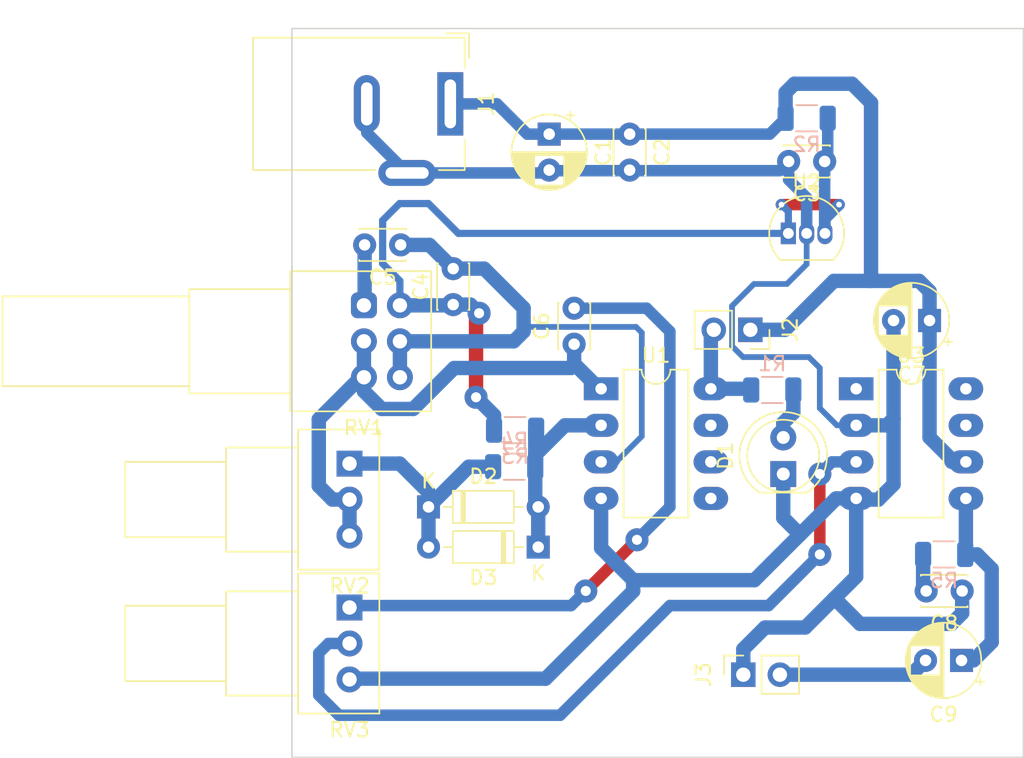
<source format=kicad_pcb>
(kicad_pcb (version 20211014) (generator pcbnew)
  (layers (0 "F.Cu" signal) (31 "B.Cu" signal) (34 "B.Paste" user) (35 "F.Paste" user) (36 "B.SilkS" user "B.Silkscreen") (37 "F.SilkS" user "F.Silkscreen") (38 "B.Mask" user) (39 "F.Mask" user) (44 "Edge.Cuts" user))
  (net 0 "")
  (net 1 "+5V")
  (net 2 "GND")
  (net 3 "+2V5")
  (net 4 "Net-(C4-Pad2)")
  (net 5 "Net-(C5-Pad2)")
  (net 6 "Net-(C6-Pad1)")
  (net 7 "Net-(C6-Pad2)")
  (net 8 "Net-(C8-Pad2)")
  (net 9 "Net-(C9-Pad1)")
  (net 10 "Net-(C9-Pad2)")
  (net 11 "Net-(D1-Pad2)")
  (net 12 "Net-(D2-Pad1)")
  (net 13 "Net-(D2-Pad2)")
  (net 14 "Net-(J2-Pad2)")
  (net 15 "Net-(RV3-Pad2)")
  (footprint "Capacitor_THT:CP_Radial_D5.0mm_P2.50mm" (layer "F.Cu") (at 113.284 67.056 180)
    (fp_text reference "C7" (at 1.25 -3.75) (layer "F.SilkS"))
    (fp_text value "100uF")
    (pad "1" thru_hole rect (at 0 0 180) (size 1.6 1.6) (drill 0.8) (layers *.Cu *.Mask) (net 1 "+5V"))
    (pad "2" thru_hole circle (at 2.5 0 180) (size 1.6 1.6) (drill 0.8) (layers *.Cu *.Mask) (net 2 "GND"))
  )
  (footprint "Package_DIP:DIP-8_W7.62mm_LongPads" (layer "F.Cu") (at 108.189 71.8)
    (fp_text reference "U3" (at 3.81 -2.33) (layer "F.SilkS"))
    (fp_text value "LM386")
    (pad "1" thru_hole rect (at 0 0) (size 2.4 1.6) (drill 0.8) (layers *.Cu *.Mask))
    (pad "2" thru_hole oval (at 0 2.54) (size 2.4 1.6) (drill 0.8) (layers *.Cu *.Mask) (net 2 "GND"))
    (pad "3" thru_hole oval (at 0 5.08) (size 2.4 1.6) (drill 0.8) (layers *.Cu *.Mask) (net 15 "Net-(RV3-Pad2)"))
    (pad "4" thru_hole oval (at 0 7.62) (size 2.4 1.6) (drill 0.8) (layers *.Cu *.Mask) (net 2 "GND"))
    (pad "5" thru_hole oval (at 7.62 7.62) (size 2.4 1.6) (drill 0.8) (layers *.Cu *.Mask) (net 9 "Net-(C9-Pad1)"))
    (pad "6" thru_hole oval (at 7.62 5.08) (size 2.4 1.6) (drill 0.8) (layers *.Cu *.Mask) (net 1 "+5V"))
    (pad "7" thru_hole oval (at 7.62 2.54) (size 2.4 1.6) (drill 0.8) (layers *.Cu *.Mask))
    (pad "8" thru_hole oval (at 7.62 0) (size 2.4 1.6) (drill 0.8) (layers *.Cu *.Mask))
  )
  (footprint "Capacitor_THT:C_Disc_D3.0mm_W2.0mm_P2.50mm" (layer "F.Cu") (at 115.55 85.852 180)
    (fp_text reference "C8" (at 1.25 -2.25) (layer "F.SilkS"))
    (fp_text value "100n")
    (pad "1" thru_hole circle (at 0 0 180) (size 1.6 1.6) (drill 0.8) (layers *.Cu *.Mask) (net 2 "GND"))
    (pad "2" thru_hole circle (at 2.5 0 180) (size 1.6 1.6) (drill 0.8) (layers *.Cu *.Mask) (net 8 "Net-(C8-Pad2)"))
  )
  (footprint "Capacitor_THT:CP_Radial_D5.0mm_P2.50mm" (layer "F.Cu") (at 115.505113 90.678 180)
    (fp_text reference "C9" (at 1.25 -3.75) (layer "F.SilkS"))
    (fp_text value "10uF")
    (pad "1" thru_hole rect (at 0 0 180) (size 1.6 1.6) (drill 0.8) (layers *.Cu *.Mask) (net 9 "Net-(C9-Pad1)"))
    (pad "2" thru_hole circle (at 2.5 0 180) (size 1.6 1.6) (drill 0.8) (layers *.Cu *.Mask) (net 10 "Net-(C9-Pad2)"))
  )
  (footprint "Potentiometer_THT:Potentiometer_Alps_RK09Y11_Single_Horizontal" (layer "F.Cu") (at 73 77)
    (fp_text reference "RV2" (at 0 8.5 180) (layer "F.SilkS"))
    (fp_text value "10K")
    (pad "1" thru_hole rect (at 0 0 180) (size 1.8 1.8) (drill 1) (layers *.Cu *.Mask) (net 12 "Net-(D2-Pad1)"))
    (pad "2" thru_hole circle (at 0 2.5 180) (size 1.8 1.8) (drill 1) (layers *.Cu *.Mask) (net 6 "Net-(C6-Pad1)"))
    (pad "3" thru_hole circle (at 0 5 180) (size 1.8 1.8) (drill 1) (layers *.Cu *.Mask) (net 6 "Net-(C6-Pad1)"))
  )
  (footprint "Package_DIP:DIP-8_W7.62mm_LongPads" (layer "F.Cu") (at 90.475 71.8)
    (fp_text reference "U1" (at 3.81 -2.33) (layer "F.SilkS"))
    (fp_text value "LM358")
    (pad "1" thru_hole rect (at 0 0) (size 2.4 1.6) (drill 0.8) (layers *.Cu *.Mask) (net 6 "Net-(C6-Pad1)"))
    (pad "2" thru_hole oval (at 0 2.54) (size 2.4 1.6) (drill 0.8) (layers *.Cu *.Mask) (net 13 "Net-(D2-Pad2)"))
    (pad "3" thru_hole oval (at 0 5.08) (size 2.4 1.6) (drill 0.8) (layers *.Cu *.Mask) (net 4 "Net-(C4-Pad2)"))
    (pad "4" thru_hole oval (at 0 7.62) (size 2.4 1.6) (drill 0.8) (layers *.Cu *.Mask) (net 2 "GND"))
    (pad "5" thru_hole oval (at 7.62 7.62) (size 2.4 1.6) (drill 0.8) (layers *.Cu *.Mask))
    (pad "6" thru_hole oval (at 7.62 5.08) (size 2.4 1.6) (drill 0.8) (layers *.Cu *.Mask))
    (pad "7" thru_hole oval (at 7.62 2.54) (size 2.4 1.6) (drill 0.8) (layers *.Cu *.Mask))
    (pad "8" thru_hole oval (at 7.62 0) (size 2.4 1.6) (drill 0.8) (layers *.Cu *.Mask) (net 14 "Net-(J2-Pad2)"))
  )
  (footprint "Diode_THT:D_DO-35_SOD27_P7.62mm_Horizontal" (layer "F.Cu") (at 86.106 82.804 180)
    (fp_text reference "D3" (at 3.81 -2.12) (layer "F.SilkS"))
    (fp_text value "1N4148")
    (fp_text user "K" (at 0 -1.8) (layer "F.SilkS"))
    (pad "1" thru_hole rect (at 0 0 180) (size 1.6 1.6) (drill 0.8) (layers *.Cu *.Mask) (net 13 "Net-(D2-Pad2)"))
    (pad "2" thru_hole oval (at 7.62 0 180) (size 1.6 1.6) (drill 0.8) (layers *.Cu *.Mask) (net 12 "Net-(D2-Pad1)"))
  )
  (footprint "Connector_PinSocket_2.54mm:PinSocket_1x02_P2.54mm_Vertical" (layer "F.Cu") (at 100.35 91.669 90)
    (fp_text reference "J3" (at 0 -2.77 90) (layer "F.SilkS"))
    (fp_text value "AUDIO")
    (pad "1" thru_hole rect (at 0 0 90) (size 1.7 1.7) (drill 1) (layers *.Cu *.Mask) (net 2 "GND"))
    (pad "2" thru_hole oval (at 0 2.54 90) (size 1.7 1.7) (drill 1) (layers *.Cu *.Mask) (net 10 "Net-(C9-Pad2)"))
  )
  (footprint "Connector_PinSocket_2.54mm:PinSocket_1x02_P2.54mm_Vertical" (layer "F.Cu") (at 100.838 67.7 -90)
    (fp_text reference "J2" (at 0 -2.77 90) (layer "F.SilkS"))
    (fp_text value "KEY")
    (pad "1" thru_hole rect (at 0 0 270) (size 1.7 1.7) (drill 1) (layers *.Cu *.Mask) (net 1 "+5V"))
    (pad "2" thru_hole oval (at 0 2.54 270) (size 1.7 1.7) (drill 1) (layers *.Cu *.Mask) (net 14 "Net-(J2-Pad2)"))
  )
  (footprint "Capacitor_THT:C_Disc_D3.0mm_W2.0mm_P2.50mm" (layer "F.Cu") (at 106 56 180)
    (fp_text reference "C3" (at 1.25 -2.25) (layer "F.SilkS"))
    (fp_text value "100n")
    (pad "1" thru_hole circle (at 0 0 180) (size 1.6 1.6) (drill 0.8) (layers *.Cu *.Mask) (net 3 "+2V5"))
    (pad "2" thru_hole circle (at 2.5 0 180) (size 1.6 1.6) (drill 0.8) (layers *.Cu *.Mask) (net 2 "GND"))
  )
  (footprint "Capacitor_THT:C_Disc_D3.0mm_W2.0mm_P2.50mm" (layer "F.Cu") (at 76.55 61.8 180)
    (fp_text reference "C5" (at 1.25 -2.25) (layer "F.SilkS"))
    (fp_text value "10n")
    (pad "1" thru_hole circle (at 0 0 180) (size 1.6 1.6) (drill 0.8) (layers *.Cu *.Mask) (net 4 "Net-(C4-Pad2)"))
    (pad "2" thru_hole circle (at 2.5 0 180) (size 1.6 1.6) (drill 0.8) (layers *.Cu *.Mask) (net 5 "Net-(C5-Pad2)"))
  )
  (footprint "Capacitor_THT:C_Disc_D3.0mm_W2.0mm_P2.50mm" (layer "F.Cu") (at 88.6 68.7 90)
    (fp_text reference "C6" (at 1.25 -2.25 90) (layer "F.SilkS"))
    (fp_text value "100n")
    (pad "1" thru_hole circle (at 0 0 90) (size 1.6 1.6) (drill 0.8) (layers *.Cu *.Mask) (net 6 "Net-(C6-Pad1)"))
    (pad "2" thru_hole circle (at 2.5 0 90) (size 1.6 1.6) (drill 0.8) (layers *.Cu *.Mask) (net 7 "Net-(C6-Pad2)"))
  )
  (footprint "Capacitor_THT:CP_Radial_D5.0mm_P2.50mm" (layer "F.Cu") (at 86.868 54.102 -90)
    (fp_text reference "C1" (at 1.25 -3.75 90) (layer "F.SilkS"))
    (fp_text value "100uF")
    (pad "1" thru_hole rect (at 0 0 270) (size 1.6 1.6) (drill 0.8) (layers *.Cu *.Mask) (net 1 "+5V"))
    (pad "2" thru_hole circle (at 2.5 0 270) (size 1.6 1.6) (drill 0.8) (layers *.Cu *.Mask) (net 2 "GND"))
  )
  (footprint "Connector_BarrelJack:BarrelJack_Wuerth_6941xx301002" (layer "F.Cu") (at 80 52 -90)
    (fp_text reference "J1" (at 0 -2.5 90) (layer "F.SilkS"))
    (fp_text value "Barrel_Jack_Switch")
    (pad "1" thru_hole rect (at 0 0 270) (size 4.4 1.8) (drill oval 3.4 0.8) (layers *.Cu *.Mask) (net 1 "+5V"))
    (pad "2" thru_hole oval (at 0 5.8 270) (size 4 1.8) (drill oval 3 0.8) (layers *.Cu *.Mask) (net 2 "GND"))
    (pad "3" thru_hole oval (at 4.8 3) (size 4 1.8) (drill oval 3 0.8) (layers *.Cu *.Mask) (net 2 "GND"))
  )
  (footprint "Package_TO_SOT_THT:TO-92_Inline" (layer "F.Cu") (at 103.48 61)
    (fp_text reference "U2" (at 1.27 -3.56) (layer "F.SilkS"))
    (fp_text value "TL431LP")
    (pad "1" thru_hole rect (at 0 0) (size 1.05 1.5) (drill 0.75) (layers *.Cu *.Mask) (net 3 "+2V5"))
    (pad "2" thru_hole oval (at 1.27 0) (size 1.05 1.5) (drill 0.75) (layers *.Cu *.Mask) (net 2 "GND"))
    (pad "3" thru_hole oval (at 2.54 0) (size 1.05 1.5) (drill 0.75) (layers *.Cu *.Mask) (net 3 "+2V5"))
  )
  (footprint "Potentiometer_THT:Potentiometer_Alps_RK09Y11_Single_Horizontal" (layer "F.Cu") (at 73 87)
    (fp_text reference "RV3" (at 0 8.5 180) (layer "F.SilkS"))
    (fp_text value "10K")
    (pad "1" thru_hole rect (at 0 0 180) (size 1.8 1.8) (drill 1) (layers *.Cu *.Mask) (net 7 "Net-(C6-Pad2)"))
    (pad "2" thru_hole circle (at 0 2.5 180) (size 1.8 1.8) (drill 1) (layers *.Cu *.Mask) (net 15 "Net-(RV3-Pad2)"))
    (pad "3" thru_hole circle (at 0 5 180) (size 1.8 1.8) (drill 1) (layers *.Cu *.Mask) (net 2 "GND"))
  )
  (footprint "LED_THT:LED_D5.0mm_FlatTop" (layer "F.Cu") (at 103.124 77.724 90)
    (fp_text reference "D1" (at 1.27 -4.01 90) (layer "F.SilkS"))
    (fp_text value "LED")
    (pad "1" thru_hole rect (at 0 0 90) (size 1.8 1.8) (drill 0.9) (layers *.Cu *.Mask) (net 2 "GND"))
    (pad "2" thru_hole circle (at 2.54 0 90) (size 1.8 1.8) (drill 0.9) (layers *.Cu *.Mask) (net 11 "Net-(D1-Pad2)"))
  )
  (footprint "Capacitor_THT:C_Disc_D3.0mm_W2.0mm_P2.50mm" (layer "F.Cu") (at 80.2 65.95 90)
    (fp_text reference "C4" (at 1.25 -2.25 90) (layer "F.SilkS"))
    (fp_text value "10n")
    (pad "1" thru_hole circle (at 0 0 90) (size 1.6 1.6) (drill 0.8) (layers *.Cu *.Mask) (net 3 "+2V5"))
    (pad "2" thru_hole circle (at 2.5 0 90) (size 1.6 1.6) (drill 0.8) (layers *.Cu *.Mask) (net 4 "Net-(C4-Pad2)"))
  )
  (footprint "Capacitor_THT:C_Disc_D3.0mm_W2.0mm_P2.50mm" (layer "F.Cu") (at 92.456 54.102 -90)
    (fp_text reference "C2" (at 1.25 -2.25 90) (layer "F.SilkS"))
    (fp_text value "100n")
    (pad "1" thru_hole circle (at 0 0 270) (size 1.6 1.6) (drill 0.8) (layers *.Cu *.Mask) (net 1 "+5V"))
    (pad "2" thru_hole circle (at 2.5 0 270) (size 1.6 1.6) (drill 0.8) (layers *.Cu *.Mask) (net 2 "GND"))
  )
  (footprint "Potentiometer_THT:Potentiometer_Alps_RK097_Dual_Horizontal" (layer "F.Cu") (at 74 66)
    (fp_text reference "RV1" (at 0 8.5 180) (layer "F.SilkS"))
    (fp_text value "100K")
    (fp_line (start -5 -2.7) (end -5 7.7) (layer "Edge.Cuts") (width 0.1))
    (pad "1" thru_hole roundrect (at 0 0 180) (size 1.8 1.8) (drill 1) (layers *.Cu *.Mask) (net 5 "Net-(C5-Pad2)"))
    (pad "2" thru_hole circle (at 0 2.5 180) (size 1.8 1.8) (drill 1) (layers *.Cu *.Mask) (net 6 "Net-(C6-Pad1)"))
    (pad "3" thru_hole circle (at 0 5 180) (size 1.8 1.8) (drill 1) (layers *.Cu *.Mask) (net 6 "Net-(C6-Pad1)"))
    (pad "4" thru_hole circle (at 2.5 0 180) (size 1.8 1.8) (drill 1) (layers *.Cu *.Mask) (net 3 "+2V5"))
    (pad "5" thru_hole circle (at 2.5 2.5 180) (size 1.8 1.8) (drill 1) (layers *.Cu *.Mask) (net 4 "Net-(C4-Pad2)"))
    (pad "6" thru_hole circle (at 2.5 5 180) (size 1.8 1.8) (drill 1) (layers *.Cu *.Mask) (net 4 "Net-(C4-Pad2)"))
  )
  (footprint "Diode_THT:D_DO-35_SOD27_P7.62mm_Horizontal" (layer "F.Cu") (at 78.486 80.01)
    (fp_text reference "D2" (at 3.81 -2.12) (layer "F.SilkS"))
    (fp_text value "1N4148")
    (fp_text user "K" (at 0 -1.8) (layer "F.SilkS"))
    (pad "1" thru_hole rect (at 0 0) (size 1.6 1.6) (drill 0.8) (layers *.Cu *.Mask) (net 12 "Net-(D2-Pad1)"))
    (pad "2" thru_hole oval (at 7.62 0) (size 1.6 1.6) (drill 0.8) (layers *.Cu *.Mask) (net 13 "Net-(D2-Pad2)"))
  )
  (footprint "Resistor_SMD:R_1206_3216Metric" (layer "B.Cu") (at 104.75 53)
    (fp_text reference "R2" (at 0 1.82) (layer "B.SilkS") (effects (justify mirror)))
    (fp_text value "470")
    (pad "1" smd roundrect (at -1.4625 0) (size 1.125 1.75) (layers "B.Cu" "B.Paste" "B.Mask") (roundrect_rratio 0.222222) (net 1 "+5V"))
    (pad "2" smd roundrect (at 1.4625 0) (size 1.125 1.75) (layers "B.Cu" "B.Paste" "B.Mask") (roundrect_rratio 0.222222) (net 3 "+2V5"))
  )
  (footprint "Resistor_SMD:R_1206_3216Metric" (layer "B.Cu") (at 114.3 83.312)
    (fp_text reference "R5" (at 0 1.82) (layer "B.SilkS") (effects (justify mirror)))
    (fp_text value "10R")
    (pad "1" smd roundrect (at -1.4625 0) (size 1.125 1.75) (layers "B.Cu" "B.Paste" "B.Mask") (roundrect_rratio 0.222222) (net 8 "Net-(C8-Pad2)"))
    (pad "2" smd roundrect (at 1.4625 0) (size 1.125 1.75) (layers "B.Cu" "B.Paste" "B.Mask") (roundrect_rratio 0.222222) (net 9 "Net-(C9-Pad1)"))
  )
  (footprint "Resistor_SMD:R_1206_3216Metric" (layer "B.Cu") (at 102.362 71.882 180)
    (fp_text reference "R1" (at 0 1.82) (layer "B.SilkS") (effects (justify mirror)))
    (fp_text value "1K")
    (pad "1" smd roundrect (at -1.4625 0 180) (size 1.125 1.75) (layers "B.Cu" "B.Paste" "B.Mask") (roundrect_rratio 0.222222) (net 11 "Net-(D1-Pad2)"))
    (pad "2" smd roundrect (at 1.4625 0 180) (size 1.125 1.75) (layers "B.Cu" "B.Paste" "B.Mask") (roundrect_rratio 0.222222) (net 14 "Net-(J2-Pad2)"))
  )
  (footprint "Resistor_SMD:R_1206_3216Metric" (layer "B.Cu") (at 84.5 74.676)
    (fp_text reference "R3" (at 0 1.82) (layer "B.SilkS") (effects (justify mirror)))
    (fp_text value "10K")
    (pad "1" smd roundrect (at -1.4625 0) (size 1.125 1.75) (layers "B.Cu" "B.Paste" "B.Mask") (roundrect_rratio 0.222222) (net 3 "+2V5"))
    (pad "2" smd roundrect (at 1.4625 0) (size 1.125 1.75) (layers "B.Cu" "B.Paste" "B.Mask") (roundrect_rratio 0.222222) (net 13 "Net-(D2-Pad2)"))
  )
  (footprint "Resistor_SMD:R_1206_3216Metric" (layer "B.Cu") (at 84.4375 77.216 180)
    (fp_text reference "R4" (at 0 1.82) (layer "B.SilkS") (effects (justify mirror)))
    (fp_text value "20K")
    (pad "1" smd roundrect (at -1.4625 0 180) (size 1.125 1.75) (layers "B.Cu" "B.Paste" "B.Mask") (roundrect_rratio 0.222222) (net 13 "Net-(D2-Pad2)"))
    (pad "2" smd roundrect (at 1.4625 0 180) (size 1.125 1.75) (layers "B.Cu" "B.Paste" "B.Mask") (roundrect_rratio 0.222222) (net 12 "Net-(D2-Pad1)"))
  )
  (gr_rect (start 69 46.762) (end 119.802 97.41) (layer "Edge.Cuts") (width 0.1) (fill none))
  (segment (start 102.1855 54.102) (end 103.2875 53) (width 0.8) (layer "B.Cu") (net 1))
  (segment (start 112.56 64.3) (end 113.284 65.024) (width 1) (layer "B.Cu") (net 1))
  (segment (start 103.9 50.6) (end 103.2875 51.2125) (width 1) (layer "B.Cu") (net 1))
  (segment (start 83.242 52) (end 85.344 54.102) (width 0.8) (layer "B.Cu") (net 1))
  (segment (start 103.2875 51.2125) (end 103.2875 53) (width 1) (layer "B.Cu") (net 1))
  (segment (start 92.456 54.102) (end 102.1855 54.102) (width 0.8) (layer "B.Cu") (net 1))
  (segment (start 109.182 64.3) (end 109.22 64.262) (width 1) (layer "B.Cu") (net 1))
  (segment (start 106.642 64.3) (end 109.182 64.3) (width 1) (layer "B.Cu") (net 1))
  (segment (start 107.9 50.6) (end 103.9 50.6) (width 1) (layer "B.Cu") (net 1))
  (segment (start 85.344 54.102) (end 86.868 54.102) (width 0.8) (layer "B.Cu") (net 1))
  (segment (start 114.82 76.88) (end 114.82 76.72) (width 1) (layer "B.Cu") (net 1))
  (segment (start 113.284 65.024) (end 113.284 67.056) (width 1) (layer "B.Cu") (net 1))
  (segment (start 80 52) (end 83.242 52) (width 0.8) (layer "B.Cu") (net 1))
  (segment (start 113.284 75.184) (end 113.284 67.056) (width 1) (layer "B.Cu") (net 1))
  (segment (start 86.868 54.102) (end 92.456 54.102) (width 0.8) (layer "B.Cu") (net 1))
  (segment (start 100.838 67.7) (end 103.242 67.7) (width 1) (layer "B.Cu") (net 1))
  (segment (start 109.22 64.262) (end 109.22 51.92) (width 1) (layer "B.Cu") (net 1))
  (segment (start 103.242 67.7) (end 106.642 64.3) (width 1) (layer "B.Cu") (net 1))
  (segment (start 109.22 51.92) (end 107.9 50.6) (width 1) (layer "B.Cu") (net 1))
  (segment (start 109.182 64.3) (end 112.56 64.3) (width 1) (layer "B.Cu") (net 1))
  (segment (start 114.82 76.72) (end 113.284 75.184) (width 1) (layer "B.Cu") (net 1))
  (segment (start 114.808 88.138) (end 108.458 88.138) (width 1) (layer "B.Cu") (net 2))
  (segment (start 73.052 91.948) (end 86.614 91.948) (width 1) (layer "B.Cu") (net 2))
  (segment (start 115.55 85.852) (end 115.55 87.396) (width 1) (layer "B.Cu") (net 2))
  (segment (start 109.728 79.502) (end 110.784 78.446) (width 1) (layer "B.Cu") (net 2))
  (segment (start 108.458 88.138) (end 106.68 86.36) (width 1) (layer "B.Cu") (net 2))
  (segment (start 103.124 80.772) (end 104.286 81.934) (width 1) (layer "B.Cu") (net 2))
  (segment (start 100.35 89.896) (end 101.854 88.392) (width 1) (layer "B.Cu") (net 2))
  (segment (start 100.33 69.596) (end 99.568 68.834) (width 0.4) (layer "B.Cu") (net 2))
  (segment (start 90.475 82.875) (end 90.475 79.42) (width 1) (layer "B.Cu") (net 2))
  (segment (start 108.189 84.851) (end 108.189 79.42) (width 1) (layer "B.Cu") (net 2))
  (segment (start 108.271 79.502) (end 109.728 79.502) (width 1) (layer "B.Cu") (net 2))
  (segment (start 103.5 57.272) (end 103.5 56) (width 0.8) (layer "B.Cu") (net 2))
  (segment (start 92.456 56.602) (end 92.496 56.642) (width 0.8) (layer "B.Cu") (net 2))
  (segment (start 110.784 67.056) (end 110.784 73.874) (width 1) (layer "B.Cu") (net 2))
  (segment (start 92.416 56.642) (end 92.456 56.602) (width 0.8) (layer "B.Cu") (net 2))
  (segment (start 110.784 78.446) (end 110.784 73.874) (width 1) (layer "B.Cu") (net 2))
  (segment (start 108.189 79.42) (end 108.271 79.502) (width 1) (layer "B.Cu") (net 2))
  (segment (start 110.784 73.874) (end 110.318 74.34) (width 1) (layer "B.Cu") (net 2))
  (segment (start 106.8 79.42) (end 101.12 85.1) (width 1) (layer "B.Cu") (net 2))
  (segment (start 92.7 85.862) (end 92.7 85.1) (width 1) (layer "B.Cu") (net 2))
  (segment (start 102.858 56.642) (end 103.5 56) (width 0.8) (layer "B.Cu") (net 2))
  (segment (start 86.908 56.642) (end 92.416 56.642) (width 0.8) (layer "B.Cu") (net 2))
  (segment (start 104.902 69.596) (end 100.33 69.596) (width 0.4) (layer "B.Cu") (net 2))
  (segment (start 105.664 70.358) (end 104.902 69.596) (width 0.4) (layer "B.Cu") (net 2))
  (segment (start 99.568 68.834) (end 99.568 66.04) (width 0.4) (layer "B.Cu") (net 2))
  (segment (start 92.7 85.1) (end 90.475 82.875) (width 1) (layer "B.Cu") (net 2))
  (segment (start 92.496 56.642) (end 102.858 56.642) (width 0.8) (layer "B.Cu") (net 2))
  (segment (start 101.092 64.516) (end 103.378 64.516) (width 0.4) (layer "B.Cu") (net 2))
  (segment (start 74.2 52) (end 74.2 54) (width 0.8) (layer "B.Cu") (net 2))
  (segment (start 77 56.8) (end 86.67 56.8) (width 0.8) (layer "B.Cu") (net 2))
  (segment (start 108.204 79.435) (end 108.189 79.42) (width 1) (layer "B.Cu") (net 2))
  (segment (start 110.318 74.34) (end 108.189 74.34) (width 1) (layer "B.Cu") (net 2))
  (segment (start 104.75 61) (end 104.75 58.522) (width 0.8) (layer "B.Cu") (net 2))
  (segment (start 104.75 63.144) (end 104.75 61) (width 0.4) (layer "B.Cu") (net 2))
  (segment (start 107.2 79.42) (end 106.8 79.42) (width 1) (layer "B.Cu") (net 2))
  (segment (start 105.664 73.152) (end 105.664 70.358) (width 0.4) (layer "B.Cu") (net 2))
  (segment (start 73 92) (end 73.052 91.948) (width 1) (layer "B.Cu") (net 2))
  (segment (start 100.35 91.669) (end 100.35 89.896) (width 1) (layer "B.Cu") (net 2))
  (segment (start 86.67 56.8) (end 86.868 56.602) (width 0.8) (layer "B.Cu") (net 2))
  (segment (start 99.568 66.04) (end 101.092 64.516) (width 0.4) (layer "B.Cu") (net 2))
  (segment (start 106.852 74.34) (end 105.664 73.152) (width 0.4) (layer "B.Cu") (net 2))
  (segment (start 103.124 77.724) (end 103.124 80.772) (width 1) (layer "B.Cu") (net 2))
  (segment (start 104.286 81.934) (end 106.8 79.42) (width 1) (layer "B.Cu") (net 2))
  (segment (start 104.75 58.522) (end 103.5 57.272) (width 0.8) (layer "B.Cu") (net 2))
  (segment (start 74.2 54) (end 77 56.8) (width 0.8) (layer "B.Cu") (net 2))
  (segment (start 86.614 91.948) (end 92.7 85.862) (width 1) (layer "B.Cu") (net 2))
  (segment (start 108.189 74.34) (end 106.852 74.34) (width 0.4) (layer "B.Cu") (net 2))
  (segment (start 106.68 86.36) (end 108.189 84.851) (width 1) (layer "B.Cu") (net 2))
  (segment (start 101.12 85.1) (end 92.7 85.1) (width 1) (layer "B.Cu") (net 2))
  (segment (start 103.378 64.516) (end 104.75 63.144) (width 0.4) (layer "B.Cu") (net 2))
  (segment (start 115.55 87.396) (end 114.808 88.138) (width 1) (layer "B.Cu") (net 2))
  (segment (start 101.854 88.392) (end 104.648 88.392) (width 1) (layer "B.Cu") (net 2))
  (segment (start 104.648 88.392) (end 106.68 86.36) (width 1) (layer "B.Cu") (net 2))
  (segment (start 86.868 56.602) (end 86.908 56.642) (width 0.8) (layer "B.Cu") (net 2))
  (segment (start 82 66.548) (end 81.788 66.76) (width 1) (layer "F.Cu") (net 3))
  (segment (start 81.788 66.76) (end 81.788 72.39) (width 1) (layer "F.Cu") (net 3))
  (segment (start 107 59) (end 103 59) (width 0.8) (layer "F.Cu") (net 3))
  (via (at 81.788 72.39) (size 1.6) (drill 0.7) (layers "F.Cu" "B.Cu") (net 3))
  (via (at 103 59) (size 0.8) (drill 0.4) (layers "F.Cu" "B.Cu") (net 3))
  (via (at 82 66.548) (size 1.6) (drill 0.7) (layers "F.Cu" "B.Cu") (net 3))
  (via (at 107 59) (size 0.8) (drill 0.4) (layers "F.Cu" "B.Cu") (net 3))
  (segment (start 83.0375 73.6395) (end 83.0375 74.676) (width 1) (layer "B.Cu") (net 3))
  (segment (start 107 59) (end 106.02 59.98) (width 0.8) (layer "B.Cu") (net 3))
  (segment (start 81.788 72.39) (end 83.0375 73.6395) (width 1) (layer "B.Cu") (net 3))
  (segment (start 106 56) (end 106 60.98) (width 0.8) (layer "B.Cu") (net 3))
  (segment (start 82 66.548) (end 81.402 65.95) (width 1) (layer "B.Cu") (net 3))
  (segment (start 106.2125 53) (end 106.2125 55.7875) (width 0.8) (layer "B.Cu") (net 3))
  (segment (start 103.48 59.48) (end 103.48 61) (width 0.5) (layer "B.Cu") (net 3))
  (segment (start 76.5 64.3) (end 76.5 66) (width 0.5) (layer "B.Cu") (net 3))
  (segment (start 106.2125 55.7875) (end 106 56) (width 0.8) (layer "B.Cu") (net 3))
  (segment (start 103.48 61) (end 80.558 61) (width 0.5) (layer "B.Cu") (net 3))
  (segment (start 78.486 58.928) (end 76.472 58.928) (width 0.5) (layer "B.Cu") (net 3))
  (segment (start 76.5 66) (end 80.15 66) (width 1) (layer "B.Cu") (net 3))
  (segment (start 103 59) (end 103.48 59.48) (width 0.5) (layer "B.Cu") (net 3))
  (segment (start 106 60.98) (end 106.02 61) (width 0.8) (layer "B.Cu") (net 3))
  (segment (start 80.558 61) (end 78.486 58.928) (width 0.5) (layer "B.Cu") (net 3))
  (segment (start 76.472 58.928) (end 75.3 60.1) (width 0.5) (layer "B.Cu") (net 3))
  (segment (start 75.3 63.1) (end 76.5 64.3) (width 0.5) (layer "B.Cu") (net 3))
  (segment (start 106.02 59.98) (end 106.02 61) (width 0.8) (layer "B.Cu") (net 3))
  (segment (start 75.3 60.1) (end 75.3 63.1) (width 0.5) (layer "B.Cu") (net 3))
  (segment (start 81.402 65.95) (end 80.2 65.95) (width 1) (layer "B.Cu") (net 3))
  (segment (start 80.15 66) (end 80.2 65.95) (width 1) (layer "B.Cu") (net 3))
  (segment (start 90.475 76.88) (end 91.52 76.88) (width 0.5) (layer "B.Cu") (net 4))
  (segment (start 76.55 61.8) (end 78.55 61.8) (width 1) (layer "B.Cu") (net 4))
  (segment (start 92.9 67.5) (end 92.7 67.5) (width 0.4) (layer "B.Cu") (net 4))
  (segment (start 85.408 67.5) (end 84.836 68.072) (width 0.4) (layer "B.Cu") (net 4))
  (segment (start 84.836 68.072) (end 85.09 67.818) (width 1) (layer "B.Cu") (net 4))
  (segment (start 78.55 61.8) (end 80.2 63.45) (width 1) (layer "B.Cu") (net 4))
  (segment (start 93.3 75.102) (end 93.3 67.9) (width 0.4) (layer "B.Cu") (net 4))
  (segment (start 85.09 67.818) (end 85.09 66.19) (width 1) (layer "B.Cu") (net 4))
  (segment (start 91.522 76.88) (end 93.3 75.102) (width 0.4) (layer "B.Cu") (net 4))
  (segment (start 82.35 63.45) (end 80.2 63.45) (width 1) (layer "B.Cu") (net 4))
  (segment (start 85.09 66.19) (end 82.35 63.45) (width 1) (layer "B.Cu") (net 4))
  (segment (start 84.408 68.5) (end 76.5 68.5) (width 1) (layer "B.Cu") (net 4))
  (segment (start 76.5 71) (end 76.5 68.5) (width 1) (layer "B.Cu") (net 4))
  (segment (start 92.6 67.5) (end 85.408 67.5) (width 0.4) (layer "B.Cu") (net 4))
  (segment (start 93.3 67.9) (end 92.9 67.5) (width 0.4) (layer "B.Cu") (net 4))
  (segment (start 84.836 68.072) (end 84.408 68.5) (width 1) (layer "B.Cu") (net 4))
  (segment (start 91.52 76.88) (end 91.522 76.88) (width 0.4) (layer "B.Cu") (net 4))
  (segment (start 74.05 65.95) (end 74 66) (width 1) (layer "B.Cu") (net 5))
  (segment (start 74.05 61.8) (end 74.05 65.95) (width 1) (layer "B.Cu") (net 5))
  (segment (start 70.866 78.553) (end 70.866 73.914) (width 1) (layer "B.Cu") (net 6))
  (segment (start 70.866 73.914) (end 73.78 71) (width 1) (layer "B.Cu") (net 6))
  (segment (start 74 71) (end 74 68.5) (width 1) (layer "B.Cu") (net 6))
  (segment (start 74 71.968) (end 75.232 73.2) (width 1) (layer "B.Cu") (net 6))
  (segment (start 77.422 73.2) (end 80.264 70.358) (width 1) (layer "B.Cu") (net 6))
  (segment (start 88.6 68.7) (end 88.6 70.058) (width 1) (layer "B.Cu") (net 6))
  (segment (start 71.813 79.5) (end 70.866 78.553) (width 1) (layer "B.Cu") (net 6))
  (segment (start 75.232 73.2) (end 77.422 73.2) (width 1) (layer "B.Cu") (net 6))
  (segment (start 73.78 71) (end 74 71) (width 1) (layer "B.Cu") (net 6))
  (segment (start 74 71) (end 74 71.968) (width 1) (layer "B.Cu") (net 6))
  (segment (start 80.264 70.358) (end 88.392 70.358) (width 1) (layer "B.Cu") (net 6))
  (segment (start 73 79.5) (end 73 82) (width 1) (layer "B.Cu") (net 6))
  (segment (start 73 79.5) (end 71.813 79.5) (width 1) (layer "B.Cu") (net 6))
  (segment (start 88.6 70.058) (end 90.424 71.882) (width 1) (layer "B.Cu") (net 6))
  (segment (start 89.408 85.852) (end 92.964 82.296) (width 0.8) (layer "F.Cu") (net 7))
  (via (at 92.964 82.296) (size 1.6) (drill 0.7) (layers "F.Cu" "B.Cu") (net 7))
  (via (at 89.408 85.852) (size 1.6) (drill 0.7) (layers "F.Cu" "B.Cu") (net 7))
  (segment (start 95.25 67.818) (end 93.632 66.2) (width 0.8) (layer "B.Cu") (net 7))
  (segment (start 73.132 86.868) (end 73 87) (width 0.8) (layer "B.Cu") (net 7))
  (segment (start 88.392 86.868) (end 73.132 86.868) (width 0.8) (layer "B.Cu") (net 7))
  (segment (start 89.408 85.852) (end 88.392 86.868) (width 0.8) (layer "B.Cu") (net 7))
  (segment (start 95.25 80.01) (end 95.25 67.818) (width 0.8) (layer "B.Cu") (net 7))
  (segment (start 92.964 82.296) (end 95.25 80.01) (width 0.8) (layer "B.Cu") (net 7))
  (segment (start 93.632 66.2) (end 88.6 66.2) (width 0.8) (layer "B.Cu") (net 7))
  (segment (start 112.8375 83.312) (end 112.8375 85.6395) (width 1) (layer "B.Cu") (net 8))
  (segment (start 112.8375 85.6395) (end 113.05 85.852) (width 1) (layer "B.Cu") (net 8))
  (segment (start 116.332 90.678) (end 115.505113 90.678) (width 1) (layer "B.Cu") (net 9))
  (segment (start 115.7625 83.312) (end 116.586 83.312) (width 1) (layer "B.Cu") (net 9))
  (segment (start 117.602 89.408) (end 116.332 90.678) (width 1) (layer "B.Cu") (net 9))
  (segment (start 115.809 83.2655) (end 115.7625 83.312) (width 1) (layer "B.Cu") (net 9))
  (segment (start 116.586 83.312) (end 117.602 84.328) (width 1) (layer "B.Cu") (net 9))
  (segment (start 115.809 79.42) (end 115.809 83.2655) (width 1) (layer "B.Cu") (net 9))
  (segment (start 117.602 84.328) (end 117.602 89.408) (width 1) (layer "B.Cu") (net 9))
  (segment (start 112.014113 91.669) (end 113.005113 90.678) (width 1) (layer "B.Cu") (net 10))
  (segment (start 102.89 91.669) (end 112.014113 91.669) (width 1) (layer "B.Cu") (net 10))
  (segment (start 103.124 75.184) (end 103.124 74.168) (width 1) (layer "B.Cu") (net 11))
  (segment (start 103.124 74.168) (end 103.8245 73.4675) (width 1) (layer "B.Cu") (net 11))
  (segment (start 103.8245 73.4675) (end 103.8245 71.882) (width 1) (layer "B.Cu") (net 11))
  (segment (start 82.975 77.216) (end 81.28 77.216) (width 1) (layer "B.Cu") (net 12))
  (segment (start 78.486 78.994) (end 78.486 80.01) (width 1) (layer "B.Cu") (net 12))
  (segment (start 78.486 80.01) (end 78.486 82.804) (width 1) (layer "B.Cu") (net 12))
  (segment (start 73 77) (end 76.492 77) (width 1) (layer "B.Cu") (net 12))
  (segment (start 76.492 77) (end 78.486 78.994) (width 1) (layer "B.Cu") (net 12))
  (segment (start 81.28 77.216) (end 78.486 80.01) (width 1) (layer "B.Cu") (net 12))
  (segment (start 85.9 74.7385) (end 85.9625 74.676) (width 1) (layer "B.Cu") (net 13))
  (segment (start 85.9 77.216) (end 85.9 74.7385) (width 1) (layer "B.Cu") (net 13))
  (segment (start 85.9 79.804) (end 86.106 80.01) (width 1) (layer "B.Cu") (net 13))
  (segment (start 90.475 74.34) (end 87.96 74.34) (width 1) (layer "B.Cu") (net 13))
  (segment (start 86.106 80.01) (end 86.106 82.804) (width 1) (layer "B.Cu") (net 13))
  (segment (start 87.96 74.34) (end 85.9 76.4) (width 1) (layer "B.Cu") (net 13))
  (segment (start 85.9 76.4) (end 85.9 76.9) (width 1) (layer "B.Cu") (net 13))
  (segment (start 85.9 77.216) (end 85.9 79.804) (width 1) (layer "B.Cu") (net 13))
  (segment (start 98.095 71.8) (end 100.8175 71.8) (width 1) (layer "B.Cu") (net 14))
  (segment (start 98.095 71.8) (end 98.095 67.903) (width 1) (layer "B.Cu") (net 14))
  (segment (start 100.8175 71.8) (end 100.8995 71.882) (width 1) (layer "B.Cu") (net 14))
  (segment (start 98.095 67.903) (end 98.298 67.7) (width 1) (layer "B.Cu") (net 14))
  (segment (start 105.664 77.724) (end 105.664 83.312) (width 0.8) (layer "F.Cu") (net 15))
  (via (at 105.664 77.724) (size 1.6) (drill 0.7) (layers "F.Cu" "B.Cu") (net 15))
  (via (at 105.664 83.312) (size 1.6) (drill 0.7) (layers "F.Cu" "B.Cu") (net 15))
  (segment (start 70.866 90.17) (end 71.536 89.5) (width 0.8) (layer "B.Cu") (net 15))
  (segment (start 87.63 94.488) (end 72.263 94.488) (width 0.8) (layer "B.Cu") (net 15))
  (segment (start 71.536 89.5) (end 73 89.5) (width 0.8) (layer "B.Cu") (net 15))
  (segment (start 105.664 83.312) (end 102.108 86.868) (width 0.8) (layer "B.Cu") (net 15))
  (segment (start 70.866 93.091) (end 70.866 90.17) (width 0.8) (layer "B.Cu") (net 15))
  (segment (start 72.263 94.488) (end 70.866 93.091) (width 0.8) (layer "B.Cu") (net 15))
  (segment (start 108.189 76.88) (end 106.508 76.88) (width 0.8) (layer "B.Cu") (net 15))
  (segment (start 95.25 86.868) (end 87.63 94.488) (width 0.8) (layer "B.Cu") (net 15))
  (segment (start 106.508 76.88) (end 105.664 77.724) (width 0.8) (layer "B.Cu") (net 15))
  (segment (start 102.108 86.868) (end 95.25 86.868) (width 0.8) (layer "B.Cu") (net 15))
)
</source>
